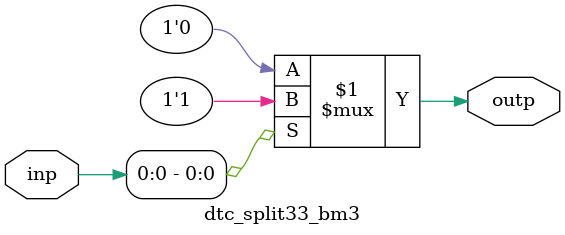
<source format=v>
module dtc_split33_bm3 (
	input  wire [8-1:0] inp,
	output wire [1-1:0] outp
);


	assign outp = (inp[0]) ? 1'b1 : 1'b0;

endmodule
</source>
